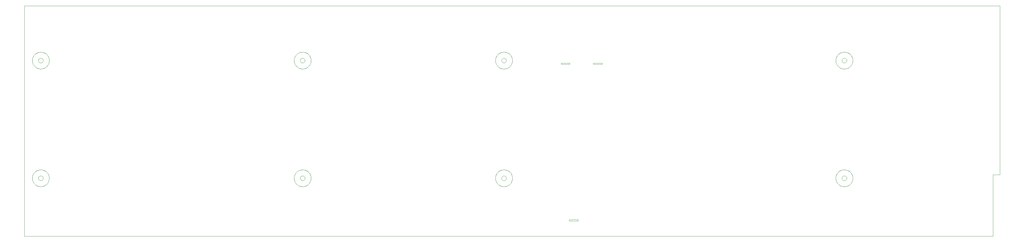
<source format=gts>
*%FSLAX23Y23*%
*%MOIN*%
G01*
D11*
X15746Y6683D02*
X15828D01*
X15746Y5943D02*
X4096D01*
Y8718D02*
X15828D01*
X15746Y6683D02*
Y5943D01*
X15828Y6683D02*
Y8718D01*
X4096D02*
Y5943D01*
D22*
X15108Y8262D02*
D03*
X15013Y7699D02*
D03*
Y6892D02*
D03*
Y6234D02*
D03*
X15006Y7113D02*
D03*
Y7403D02*
D03*
X14994Y8037D02*
D03*
Y8160D02*
D03*
Y8223D02*
D03*
X14899Y7876D02*
D03*
X14816Y8474D02*
D03*
X14820Y7876D02*
D03*
X14809Y7132D02*
D03*
X14671Y8325D02*
D03*
X14667Y7506D02*
D03*
X14626Y7333D02*
D03*
X14809Y7053D02*
D03*
X14667Y6703D02*
D03*
Y6041D02*
D03*
X14596Y8325D02*
D03*
X14620Y8408D02*
D03*
X14576Y8049D02*
D03*
X14553Y8100D02*
D03*
X14549Y8368D02*
D03*
X14549Y7663D02*
D03*
X14502Y7494D02*
D03*
X14474Y7884D02*
D03*
X14435Y8211D02*
D03*
X14442Y7951D02*
D03*
X14509Y7085D02*
D03*
X14533Y7124D02*
D03*
X14454Y8522D02*
D03*
X14557Y6199D02*
D03*
X14580Y6860D02*
D03*
X14502Y6026D02*
D03*
Y6683D02*
D03*
X14383Y8352D02*
D03*
X14407Y7663D02*
D03*
X14403Y7549D02*
D03*
X14391Y7333D02*
D03*
X14328Y7132D02*
D03*
Y7183D02*
D03*
X14309Y8049D02*
D03*
Y8077D02*
D03*
Y8148D02*
D03*
Y8002D02*
D03*
X14289Y8522D02*
D03*
X14407Y6856D02*
D03*
Y6199D02*
D03*
X14324Y7045D02*
D03*
X14179Y8258D02*
D03*
X14175Y8447D02*
D03*
X14135Y8120D02*
D03*
X14084Y7341D02*
D03*
X14068Y7124D02*
D03*
Y7246D02*
D03*
X14053Y7274D02*
D03*
Y7203D02*
D03*
Y7148D02*
D03*
X14065Y7742D02*
D03*
Y6939D02*
D03*
Y6278D02*
D03*
X13911Y7419D02*
D03*
Y7549D02*
D03*
X13891Y6006D02*
D03*
X13931Y6049D02*
D03*
X13942Y6183D02*
D03*
X13785Y7856D02*
D03*
X13832Y7809D02*
D03*
X13777Y8553D02*
D03*
X13655Y7888D02*
D03*
X13718D02*
D03*
X13750Y7982D02*
D03*
X13679Y8372D02*
D03*
X13718Y7289D02*
D03*
X13655Y8506D02*
D03*
X13683Y7628D02*
D03*
X13769Y6919D02*
D03*
X13801Y6100D02*
D03*
X13750Y7026D02*
D03*
X13643Y6919D02*
D03*
X13659Y6183D02*
D03*
X13710Y6006D02*
D03*
X13738Y6821D02*
D03*
X13584Y7104D02*
D03*
X13474Y8030D02*
D03*
X13513Y7419D02*
D03*
X13474Y7813D02*
D03*
X13513Y7774D02*
D03*
Y7656D02*
D03*
X13474D02*
D03*
X13513Y7695D02*
D03*
Y7734D02*
D03*
Y7813D02*
D03*
X13474Y7537D02*
D03*
Y7459D02*
D03*
X13513D02*
D03*
Y7498D02*
D03*
X13513Y7537D02*
D03*
X13474Y7577D02*
D03*
X13474Y7616D02*
D03*
X13553Y7498D02*
D03*
Y7537D02*
D03*
Y7577D02*
D03*
X13513Y7616D02*
D03*
X13553D02*
D03*
Y7104D02*
D03*
Y7144D02*
D03*
X13513Y7577D02*
D03*
X13474Y7380D02*
D03*
X13513Y7262D02*
D03*
X13474Y7183D02*
D03*
X13513Y7144D02*
D03*
X13474Y7734D02*
D03*
X13588Y6671D02*
D03*
X13620Y6045D02*
D03*
Y6116D02*
D03*
X13631Y7026D02*
D03*
X13529Y6671D02*
D03*
X13513Y7065D02*
D03*
Y6908D02*
D03*
X13521Y6573D02*
D03*
X13474Y6986D02*
D03*
Y6947D02*
D03*
Y6908D02*
D03*
Y7026D02*
D03*
X13553Y6002D02*
D03*
X13474Y7065D02*
D03*
X13513Y7026D02*
D03*
Y6947D02*
D03*
X13474Y6868D02*
D03*
X13529Y6797D02*
D03*
X13474Y6829D02*
D03*
X13395Y8089D02*
D03*
X13435Y7935D02*
D03*
Y7104D02*
D03*
X13395Y7616D02*
D03*
X13435Y7656D02*
D03*
X13395D02*
D03*
X13435Y7695D02*
D03*
X13419Y8506D02*
D03*
X13435Y7459D02*
D03*
X13395D02*
D03*
X13435Y7537D02*
D03*
Y7577D02*
D03*
X13395Y7577D02*
D03*
Y7695D02*
D03*
Y7734D02*
D03*
X13435D02*
D03*
X13435Y7774D02*
D03*
X13395D02*
D03*
X13435Y7419D02*
D03*
X13395Y7419D02*
D03*
X13435Y7498D02*
D03*
Y7380D02*
D03*
Y7301D02*
D03*
X13395Y7223D02*
D03*
X13435Y7813D02*
D03*
X13316Y7695D02*
D03*
X13277Y8089D02*
D03*
X13316Y8061D02*
D03*
X13277Y7104D02*
D03*
X13316Y7656D02*
D03*
X13277D02*
D03*
X13356Y7734D02*
D03*
X13277Y7774D02*
D03*
Y7813D02*
D03*
X13316D02*
D03*
X13305Y8593D02*
D03*
X13356Y7656D02*
D03*
Y7616D02*
D03*
X13316D02*
D03*
X13277D02*
D03*
X13356Y7695D02*
D03*
X13316Y7734D02*
D03*
X13277Y7695D02*
D03*
X13316Y7774D02*
D03*
X13277Y7734D02*
D03*
Y7380D02*
D03*
Y7459D02*
D03*
X13356Y7774D02*
D03*
Y7813D02*
D03*
X13316Y7459D02*
D03*
Y7380D02*
D03*
X13356Y7341D02*
D03*
Y7852D02*
D03*
X13316Y7935D02*
D03*
X13277Y7144D02*
D03*
X13356Y7262D02*
D03*
X13316Y7498D02*
D03*
X13356D02*
D03*
X13316Y7577D02*
D03*
X13356Y7104D02*
D03*
X13435Y6809D02*
D03*
X13395Y7026D02*
D03*
X13435D02*
D03*
Y6947D02*
D03*
X13395Y6986D02*
D03*
Y6947D02*
D03*
X13435Y6908D02*
D03*
X13395Y7065D02*
D03*
X13435Y7065D02*
D03*
X13423Y6089D02*
D03*
X13435Y6510D02*
D03*
X13435Y6986D02*
D03*
X13395Y6908D02*
D03*
Y6868D02*
D03*
X13435D02*
D03*
X13395Y6656D02*
D03*
X13435Y6671D02*
D03*
X13316Y6868D02*
D03*
X13356Y6986D02*
D03*
Y6947D02*
D03*
X13316Y6986D02*
D03*
X13277Y6947D02*
D03*
Y6908D02*
D03*
X13316Y6908D02*
D03*
X13356D02*
D03*
Y7065D02*
D03*
X13316Y7026D02*
D03*
X13277Y7065D02*
D03*
X13316Y7065D02*
D03*
X13277Y6986D02*
D03*
X13356Y6868D02*
D03*
X13277Y6703D02*
D03*
Y6766D02*
D03*
X13238Y7459D02*
D03*
X13198Y7656D02*
D03*
Y7380D02*
D03*
Y7935D02*
D03*
Y8061D02*
D03*
Y7104D02*
D03*
Y7616D02*
D03*
X13238Y7695D02*
D03*
Y7813D02*
D03*
X13198D02*
D03*
X13238Y7656D02*
D03*
X13198Y7695D02*
D03*
X13238Y7734D02*
D03*
X13198D02*
D03*
X13238Y7774D02*
D03*
X13198D02*
D03*
X13238Y7104D02*
D03*
X13198Y7419D02*
D03*
X13238Y7380D02*
D03*
X13198Y7577D02*
D03*
Y7498D02*
D03*
X13238Y7301D02*
D03*
X13198Y7223D02*
D03*
Y7183D02*
D03*
X13159Y7459D02*
D03*
X13080Y7616D02*
D03*
Y7380D02*
D03*
X13159Y7223D02*
D03*
Y7104D02*
D03*
X13120Y7656D02*
D03*
X13159Y7695D02*
D03*
X13080Y7774D02*
D03*
X13159Y7813D02*
D03*
X13080D02*
D03*
X13147Y8415D02*
D03*
X13159Y7183D02*
D03*
X13159Y7262D02*
D03*
X13120D02*
D03*
X13080Y7301D02*
D03*
X13120Y7498D02*
D03*
Y7537D02*
D03*
X13159Y7616D02*
D03*
Y7656D02*
D03*
X13120Y7616D02*
D03*
X13080Y7656D02*
D03*
X13159Y7774D02*
D03*
X13120Y7695D02*
D03*
X13080D02*
D03*
X13120Y7104D02*
D03*
Y7144D02*
D03*
X13080Y7577D02*
D03*
X13120D02*
D03*
X13159Y7537D02*
D03*
X13120Y7301D02*
D03*
X13159Y7341D02*
D03*
X13080Y7262D02*
D03*
Y7223D02*
D03*
Y7183D02*
D03*
X13159Y7144D02*
D03*
Y8081D02*
D03*
Y7419D02*
D03*
X13159Y7734D02*
D03*
X13238Y7065D02*
D03*
Y6947D02*
D03*
X13198Y6986D02*
D03*
X13238Y6908D02*
D03*
X13198Y7026D02*
D03*
X13238Y6986D02*
D03*
X13238Y7026D02*
D03*
X13198Y6947D02*
D03*
X13238Y6868D02*
D03*
X13120Y7026D02*
D03*
Y6766D02*
D03*
Y7065D02*
D03*
X13096Y6502D02*
D03*
X13068D02*
D03*
X13080Y6947D02*
D03*
X13159D02*
D03*
X13120Y6986D02*
D03*
X13080Y6986D02*
D03*
X13159Y7026D02*
D03*
X13120Y6947D02*
D03*
X13120Y6908D02*
D03*
X13120Y6703D02*
D03*
X13080Y6868D02*
D03*
X13041Y7656D02*
D03*
Y7695D02*
D03*
X13041Y7734D02*
D03*
X13041Y7774D02*
D03*
Y7301D02*
D03*
Y7341D02*
D03*
Y7380D02*
D03*
Y6986D02*
D03*
Y6502D02*
D03*
Y7026D02*
D03*
X13002Y7301D02*
D03*
Y7695D02*
D03*
Y7341D02*
D03*
Y7734D02*
D03*
Y7774D02*
D03*
Y7380D02*
D03*
Y7978D02*
D03*
Y7915D02*
D03*
Y7537D02*
D03*
X12923Y7695D02*
D03*
Y7419D02*
D03*
Y7616D02*
D03*
Y7656D02*
D03*
X12883Y7774D02*
D03*
X12962Y7813D02*
D03*
X12883D02*
D03*
X12962Y7459D02*
D03*
X12923Y7459D02*
D03*
X12883Y7616D02*
D03*
X12923Y7537D02*
D03*
Y7577D02*
D03*
X12883Y7656D02*
D03*
Y7695D02*
D03*
X12962D02*
D03*
X12883Y7734D02*
D03*
X12923Y7774D02*
D03*
X12962Y7774D02*
D03*
Y7734D02*
D03*
X12883Y7577D02*
D03*
X12962Y7498D02*
D03*
X12883Y7419D02*
D03*
X12962D02*
D03*
X12923Y7380D02*
D03*
X12962D02*
D03*
X12923Y7301D02*
D03*
X12962Y7262D02*
D03*
X12883Y7183D02*
D03*
X12923Y7144D02*
D03*
X12962D02*
D03*
X12883Y7537D02*
D03*
Y7459D02*
D03*
Y7144D02*
D03*
Y7104D02*
D03*
X12982Y6293D02*
D03*
X13002Y6463D02*
D03*
X12982Y6443D02*
D03*
X13002Y7065D02*
D03*
Y7026D02*
D03*
X12919Y6089D02*
D03*
Y6128D02*
D03*
X12899Y6108D02*
D03*
Y6148D02*
D03*
X12962Y7065D02*
D03*
X12915Y6293D02*
D03*
X12962Y6423D02*
D03*
X12942Y6404D02*
D03*
X12923Y6384D02*
D03*
X12903Y6364D02*
D03*
X12883Y6345D02*
D03*
X12864Y6325D02*
D03*
X12962Y6986D02*
D03*
X12923Y7065D02*
D03*
X12883Y6986D02*
D03*
X12962Y6947D02*
D03*
X12923Y7026D02*
D03*
X12883Y6947D02*
D03*
X12883Y6908D02*
D03*
Y7026D02*
D03*
X12962D02*
D03*
X12923Y6947D02*
D03*
X12962Y6908D02*
D03*
X12923Y6908D02*
D03*
X12962Y6766D02*
D03*
Y6703D02*
D03*
X12805Y7656D02*
D03*
X12844Y7915D02*
D03*
Y7380D02*
D03*
Y7959D02*
D03*
Y7616D02*
D03*
X12805D02*
D03*
X12844Y7695D02*
D03*
X12805Y7380D02*
D03*
X12852Y8337D02*
D03*
Y8415D02*
D03*
X12844Y7656D02*
D03*
X12805Y7734D02*
D03*
X12844Y7734D02*
D03*
X12805Y7774D02*
D03*
X12844Y7774D02*
D03*
X12805Y7262D02*
D03*
X12844Y7301D02*
D03*
X12805Y7223D02*
D03*
X12844D02*
D03*
X12687Y7301D02*
D03*
X12726D02*
D03*
Y7459D02*
D03*
X12687Y7813D02*
D03*
X12726Y7656D02*
D03*
X12765Y7734D02*
D03*
Y7813D02*
D03*
X12687Y7774D02*
D03*
X12765Y7459D02*
D03*
X12726Y7341D02*
D03*
X12730Y8534D02*
D03*
X12690Y8455D02*
D03*
X12765Y7419D02*
D03*
Y7380D02*
D03*
X12726Y7419D02*
D03*
X12687Y7380D02*
D03*
Y7537D02*
D03*
X12726Y7577D02*
D03*
X12765Y7616D02*
D03*
X12687Y7656D02*
D03*
X12726Y7616D02*
D03*
X12765Y7656D02*
D03*
X12687Y7498D02*
D03*
Y7616D02*
D03*
Y7695D02*
D03*
X12726Y7734D02*
D03*
X12765Y7695D02*
D03*
X12690Y7734D02*
D03*
X12726Y7774D02*
D03*
X12765Y7774D02*
D03*
Y7262D02*
D03*
X12687Y7223D02*
D03*
X12726Y7183D02*
D03*
X12687Y7144D02*
D03*
X12726Y7262D02*
D03*
X12765Y7301D02*
D03*
X12726Y7223D02*
D03*
X12765Y7183D02*
D03*
X12726Y7695D02*
D03*
X12730Y8494D02*
D03*
Y8455D02*
D03*
Y8415D02*
D03*
Y8258D02*
D03*
Y8219D02*
D03*
X12690D02*
D03*
Y8337D02*
D03*
Y8415D02*
D03*
Y8376D02*
D03*
X12730Y8297D02*
D03*
Y8337D02*
D03*
X12730Y8573D02*
D03*
X12687Y7104D02*
D03*
X12726D02*
D03*
X12726Y7144D02*
D03*
X12765D02*
D03*
X12687Y7577D02*
D03*
X12765Y7537D02*
D03*
X12726Y7380D02*
D03*
X12765Y7341D02*
D03*
X12687Y7262D02*
D03*
X12765Y7223D02*
D03*
X12687Y7183D02*
D03*
X12690Y8573D02*
D03*
X12765Y7104D02*
D03*
X12805Y6766D02*
D03*
Y7026D02*
D03*
X12844Y6270D02*
D03*
Y6947D02*
D03*
Y7065D02*
D03*
Y7026D02*
D03*
X12805Y6986D02*
D03*
Y6947D02*
D03*
X12844Y6908D02*
D03*
X12801Y6010D02*
D03*
X12820Y6030D02*
D03*
X12801Y6049D02*
D03*
X12820Y6069D02*
D03*
X12801Y6187D02*
D03*
X12820Y6207D02*
D03*
Y6246D02*
D03*
X12801Y6226D02*
D03*
X12805Y7065D02*
D03*
X12844Y6986D02*
D03*
X12805Y6908D02*
D03*
Y6868D02*
D03*
X12844D02*
D03*
X12805Y6703D02*
D03*
X12687Y6734D02*
D03*
Y6766D02*
D03*
X12765Y7026D02*
D03*
X12687Y7065D02*
D03*
X12675Y6443D02*
D03*
X12765Y7065D02*
D03*
X12726Y7026D02*
D03*
Y7065D02*
D03*
X12765Y6986D02*
D03*
X12687Y7026D02*
D03*
X12765Y6947D02*
D03*
X12726Y6986D02*
D03*
X12687Y6947D02*
D03*
X12687Y6908D02*
D03*
X12726D02*
D03*
X12765Y6908D02*
D03*
X12687Y6986D02*
D03*
X12675Y6482D02*
D03*
X12726Y6947D02*
D03*
X12687Y6868D02*
D03*
X12726D02*
D03*
X12765D02*
D03*
X12608Y7301D02*
D03*
X12647D02*
D03*
X12608Y7616D02*
D03*
X12647Y7695D02*
D03*
X12608Y7813D02*
D03*
X12612Y8297D02*
D03*
X12651Y8219D02*
D03*
X12612Y8415D02*
D03*
X12647Y7341D02*
D03*
X12608D02*
D03*
X12647Y7380D02*
D03*
Y7459D02*
D03*
X12647Y7537D02*
D03*
Y7577D02*
D03*
X12647Y7656D02*
D03*
Y7734D02*
D03*
X12608Y7459D02*
D03*
Y7498D02*
D03*
X12608Y7537D02*
D03*
Y7577D02*
D03*
X12647Y7616D02*
D03*
X12608Y7656D02*
D03*
Y7695D02*
D03*
X12608Y7734D02*
D03*
Y7774D02*
D03*
X12647Y7774D02*
D03*
Y7223D02*
D03*
Y7144D02*
D03*
X12612Y8534D02*
D03*
X12651Y8415D02*
D03*
Y8376D02*
D03*
X12608Y7104D02*
D03*
X12647D02*
D03*
Y7498D02*
D03*
X12608Y7419D02*
D03*
Y7223D02*
D03*
X12647Y7183D02*
D03*
Y7880D02*
D03*
X12651Y8573D02*
D03*
X12612Y8455D02*
D03*
X12568Y7616D02*
D03*
Y7104D02*
D03*
Y7656D02*
D03*
X12529D02*
D03*
X12568Y7695D02*
D03*
Y7734D02*
D03*
Y7774D02*
D03*
X12572Y8376D02*
D03*
Y8415D02*
D03*
X12533Y8376D02*
D03*
X12572Y8494D02*
D03*
X12533Y8573D02*
D03*
X12572Y8219D02*
D03*
X12533D02*
D03*
X12494Y8534D02*
D03*
X12533Y8455D02*
D03*
Y8337D02*
D03*
X12568Y7813D02*
D03*
Y7577D02*
D03*
Y7537D02*
D03*
Y7459D02*
D03*
X12529Y7419D02*
D03*
Y7144D02*
D03*
X12568D02*
D03*
Y7419D02*
D03*
Y7498D02*
D03*
X12584Y7880D02*
D03*
X12635Y6325D02*
D03*
X12655Y6266D02*
D03*
Y6502D02*
D03*
Y6463D02*
D03*
Y6423D02*
D03*
Y6345D02*
D03*
Y6305D02*
D03*
X12647Y7065D02*
D03*
Y7026D02*
D03*
Y6947D02*
D03*
Y6908D02*
D03*
X12616Y6108D02*
D03*
X12596Y6089D02*
D03*
Y6207D02*
D03*
X12635Y6246D02*
D03*
Y6286D02*
D03*
Y6364D02*
D03*
Y6404D02*
D03*
X12655Y6384D02*
D03*
X12616Y6226D02*
D03*
X12608Y7026D02*
D03*
Y6908D02*
D03*
X12502Y6786D02*
D03*
X12557Y6049D02*
D03*
X12517Y6010D02*
D03*
X12537Y6030D02*
D03*
X12576Y6069D02*
D03*
X12517Y6128D02*
D03*
X12557Y6167D02*
D03*
X12537Y6148D02*
D03*
X12576Y6187D02*
D03*
X12568Y7065D02*
D03*
Y7026D02*
D03*
X12568Y6986D02*
D03*
X12529Y6908D02*
D03*
X12568D02*
D03*
X12568Y6947D02*
D03*
X12403Y7856D02*
D03*
X12466D02*
D03*
X12403Y7498D02*
D03*
X12466D02*
D03*
Y7734D02*
D03*
Y7616D02*
D03*
X12403Y7734D02*
D03*
Y7616D02*
D03*
X12415Y8219D02*
D03*
X12454Y8455D02*
D03*
Y8337D02*
D03*
X12415Y8455D02*
D03*
Y8337D02*
D03*
X12454Y8573D02*
D03*
X12403Y7144D02*
D03*
X12466D02*
D03*
X12454Y8376D02*
D03*
X12376Y8376D02*
D03*
X12297Y8455D02*
D03*
Y8376D02*
D03*
X12376Y8494D02*
D03*
X12336Y8534D02*
D03*
X12297Y8219D02*
D03*
X12376D02*
D03*
X12336D02*
D03*
X12336Y8455D02*
D03*
Y8337D02*
D03*
X12466Y6908D02*
D03*
X12403D02*
D03*
Y7026D02*
D03*
X12466D02*
D03*
X12376Y6758D02*
D03*
X12257Y8297D02*
D03*
Y8455D02*
D03*
Y8494D02*
D03*
X12218Y8415D02*
D03*
Y8494D02*
D03*
Y8455D02*
D03*
Y8376D02*
D03*
Y8337D02*
D03*
X12257Y8455D02*
D03*
Y8415D02*
D03*
Y8376D02*
D03*
X12218Y8534D02*
D03*
Y8179D02*
D03*
X12179Y8415D02*
D03*
X12139Y8455D02*
D03*
Y8415D02*
D03*
Y8494D02*
D03*
X12179Y8258D02*
D03*
Y8297D02*
D03*
Y8337D02*
D03*
X12100Y6600D02*
D03*
X12065Y8447D02*
D03*
X12076Y8313D02*
D03*
X11978Y7309D02*
D03*
X11946Y8459D02*
D03*
Y8380D02*
D03*
Y8419D02*
D03*
X11907Y8459D02*
D03*
X11946Y8498D02*
D03*
X11907Y8419D02*
D03*
Y8537D02*
D03*
X11946D02*
D03*
Y8301D02*
D03*
X11907D02*
D03*
Y8341D02*
D03*
Y8223D02*
D03*
X11946Y8183D02*
D03*
X11986Y8380D02*
D03*
Y8183D02*
D03*
Y8223D02*
D03*
Y8262D02*
D03*
X11946Y8577D02*
D03*
X11911Y6356D02*
D03*
X11919Y6128D02*
D03*
X11994Y6758D02*
D03*
X11915Y6203D02*
D03*
X11962Y6600D02*
D03*
X11868Y8380D02*
D03*
X11868Y8498D02*
D03*
X11828Y8498D02*
D03*
X11868Y8341D02*
D03*
X11868Y8301D02*
D03*
X11828Y8419D02*
D03*
X11868Y8459D02*
D03*
X11828Y8380D02*
D03*
X11789D02*
D03*
X11710D02*
D03*
Y8577D02*
D03*
X11750Y8498D02*
D03*
Y8183D02*
D03*
X11789Y8537D02*
D03*
X11789Y8183D02*
D03*
X11710Y8459D02*
D03*
X11789D02*
D03*
X11710Y8341D02*
D03*
X11789D02*
D03*
X11823Y6516D02*
D03*
X11805Y6065D02*
D03*
Y6163D02*
D03*
X11840Y6152D02*
D03*
X11832Y6372D02*
D03*
X11852Y6352D02*
D03*
X11872Y6333D02*
D03*
X11796Y6325D02*
D03*
X11800Y6545D02*
D03*
X11671Y8223D02*
D03*
X11631Y8183D02*
D03*
X11671Y7376D02*
D03*
Y7443D02*
D03*
X11631Y8380D02*
D03*
X11671Y8459D02*
D03*
Y8341D02*
D03*
X11513Y8459D02*
D03*
X11513Y8380D02*
D03*
X11553Y8537D02*
D03*
X11513Y8498D02*
D03*
Y8419D02*
D03*
X11553Y8223D02*
D03*
X11513Y8341D02*
D03*
X11592Y8498D02*
D03*
Y8183D02*
D03*
X11513Y8301D02*
D03*
X11553Y8380D02*
D03*
Y8459D02*
D03*
X11592Y8341D02*
D03*
Y8459D02*
D03*
X11685Y6113D02*
D03*
X11635Y6282D02*
D03*
X11675Y6900D02*
D03*
Y6971D02*
D03*
X11685Y6030D02*
D03*
X11683Y6226D02*
D03*
X11532Y6435D02*
D03*
X11582Y6168D02*
D03*
Y6117D02*
D03*
X11474Y8380D02*
D03*
X11474Y8459D02*
D03*
X11474Y8223D02*
D03*
X11435Y7104D02*
D03*
Y8498D02*
D03*
Y8380D02*
D03*
X11435Y8419D02*
D03*
Y8459D02*
D03*
Y8301D02*
D03*
Y8341D02*
D03*
X11435Y7577D02*
D03*
X11305Y7971D02*
D03*
X11395Y8498D02*
D03*
X11395Y8419D02*
D03*
X11379Y7425D02*
D03*
X11395Y8341D02*
D03*
Y8262D02*
D03*
Y8301D02*
D03*
X11458Y6203D02*
D03*
X11360Y6171D02*
D03*
X11385Y6952D02*
D03*
X11269Y8345D02*
D03*
Y8415D02*
D03*
X11234Y7971D02*
D03*
Y8167D02*
D03*
X11187Y7467D02*
D03*
X11108Y7124D02*
D03*
X11135D02*
D03*
X11108Y7600D02*
D03*
X11135D02*
D03*
X11187Y6990D02*
D03*
X11108D02*
D03*
X11084Y7782D02*
D03*
X11096Y7467D02*
D03*
X11092Y7317D02*
D03*
X11083Y8260D02*
D03*
X11084Y7735D02*
D03*
X11084Y7258D02*
D03*
X11005Y7081D02*
D03*
X11002Y7537D02*
D03*
X10935Y8301D02*
D03*
X10969Y7435D02*
D03*
X11029Y6283D02*
D03*
X11056Y6435D02*
D03*
X10969Y6977D02*
D03*
X10917Y6049D02*
D03*
X10907Y6117D02*
D03*
X10902Y7174D02*
D03*
X10801Y8282D02*
D03*
X10785Y7246D02*
D03*
X10742Y7506D02*
D03*
X10860Y6282D02*
D03*
X10793Y6490D02*
D03*
X10742Y7049D02*
D03*
X10694Y8376D02*
D03*
X10513Y8321D02*
D03*
Y8376D02*
D03*
X10604Y8167D02*
D03*
X10702Y6282D02*
D03*
X10612Y6435D02*
D03*
Y6490D02*
D03*
X10202Y7321D02*
D03*
X10163Y7179D02*
D03*
X10124D02*
D03*
X10084Y7179D02*
D03*
X10045Y7179D02*
D03*
X9927Y7321D02*
D03*
X10005Y7179D02*
D03*
X9966D02*
D03*
X10092Y6313D02*
D03*
X9887Y7179D02*
D03*
X9848D02*
D03*
X9809D02*
D03*
X9769D02*
D03*
X9730Y7179D02*
D03*
X9690Y7179D02*
D03*
X9651Y7321D02*
D03*
X9612Y7179D02*
D03*
X9572Y7179D02*
D03*
X9533Y7179D02*
D03*
X9690Y6526D02*
D03*
Y6494D02*
D03*
Y6431D02*
D03*
X9690Y6463D02*
D03*
X9690Y6557D02*
D03*
X9624Y6313D02*
D03*
X9596D02*
D03*
X9647Y6860D02*
D03*
Y6786D02*
D03*
X9494Y7179D02*
D03*
X9454D02*
D03*
X9415D02*
D03*
X9376Y7321D02*
D03*
X9482Y6286D02*
D03*
X9513Y6286D02*
D03*
X9427Y6490D02*
D03*
X9419Y6604D02*
D03*
X9399Y6423D02*
D03*
X9368D02*
D03*
X9342Y6918D02*
D03*
X9387Y6286D02*
D03*
X9356D02*
D03*
X9419D02*
D03*
X9450D02*
D03*
X9336Y7179D02*
D03*
X9297Y7179D02*
D03*
X9257D02*
D03*
X9218D02*
D03*
X9179Y7321D02*
D03*
X9336Y6423D02*
D03*
X9301D02*
D03*
X9293Y6286D02*
D03*
X9324D02*
D03*
X9320Y6553D02*
D03*
X9171Y6226D02*
D03*
X9190Y6628D02*
D03*
Y6581D02*
D03*
X9139Y7191D02*
D03*
X9100D02*
D03*
X9061Y7321D02*
D03*
X9104Y6750D02*
D03*
X9033D02*
D03*
X6624Y7667D02*
D03*
Y7616D02*
D03*
X6643Y7786D02*
D03*
X6624Y7762D02*
D03*
X5557Y7467D02*
D03*
X5289Y7571D02*
D03*
X5344Y7215D02*
D03*
X5281Y7112D02*
D03*
X5296Y7318D02*
D03*
Y7883D02*
D03*
X5226Y7018D02*
D03*
X5181Y7363D02*
D03*
Y7928D02*
D03*
X5036Y7718D02*
D03*
X5155Y6868D02*
D03*
X5214Y6967D02*
D03*
X4974Y7667D02*
D03*
X5031Y7266D02*
D03*
X4982Y6624D02*
D03*
Y6762D02*
D03*
X4860Y6518D02*
D03*
X4785Y7412D02*
D03*
X4828Y7667D02*
D03*
X4786Y6868D02*
D03*
X4671Y6482D02*
D03*
D25*
X13494Y6849D02*
D03*
X13454D02*
D03*
X13415D02*
D03*
X12942Y7242D02*
D03*
X13376Y6849D02*
D03*
X13336Y6849D02*
D03*
X13297D02*
D03*
X13257D02*
D03*
X13218D02*
D03*
X13179D02*
D03*
X13139D02*
D03*
X13100D02*
D03*
X13061D02*
D03*
X13021D02*
D03*
X12982D02*
D03*
X12942D02*
D03*
X12903D02*
D03*
X12864D02*
D03*
X12824D02*
D03*
X12785D02*
D03*
X12746D02*
D03*
X12706D02*
D03*
X12667D02*
D03*
X12627D02*
D03*
X12588D02*
D03*
X12549Y6888D02*
D03*
X12588D02*
D03*
X12627D02*
D03*
X12667D02*
D03*
X12706D02*
D03*
X12746D02*
D03*
X12785D02*
D03*
X12824D02*
D03*
X12864D02*
D03*
X12903D02*
D03*
X12942D02*
D03*
X12982D02*
D03*
X13021D02*
D03*
X13061D02*
D03*
X13100D02*
D03*
X13139D02*
D03*
X13179D02*
D03*
X13218D02*
D03*
X13257D02*
D03*
X13297D02*
D03*
X13336D02*
D03*
X13376Y6888D02*
D03*
X13415D02*
D03*
X13454D02*
D03*
X13494D02*
D03*
X13533Y6888D02*
D03*
Y6927D02*
D03*
X13494Y6927D02*
D03*
X13454D02*
D03*
X13415D02*
D03*
X13376D02*
D03*
X13336Y6927D02*
D03*
X13297D02*
D03*
X13257D02*
D03*
X13218D02*
D03*
X13179D02*
D03*
X13139D02*
D03*
X13100D02*
D03*
X13061D02*
D03*
X13021D02*
D03*
X12982D02*
D03*
X12942D02*
D03*
X12903D02*
D03*
X12864D02*
D03*
X12824D02*
D03*
X12785D02*
D03*
X12746D02*
D03*
X12706D02*
D03*
X12667D02*
D03*
X12627D02*
D03*
X12588D02*
D03*
X12549D02*
D03*
Y6967D02*
D03*
X12588D02*
D03*
X12627D02*
D03*
X12667D02*
D03*
X12706D02*
D03*
X12746D02*
D03*
X12785D02*
D03*
X12824D02*
D03*
X12864D02*
D03*
X12903D02*
D03*
X12942D02*
D03*
X12982D02*
D03*
X13021D02*
D03*
X13061D02*
D03*
X13100D02*
D03*
X13139D02*
D03*
X13179D02*
D03*
X13218D02*
D03*
X13257D02*
D03*
X13297D02*
D03*
X13336D02*
D03*
X13376Y6967D02*
D03*
X13415D02*
D03*
X13454D02*
D03*
X13494D02*
D03*
X13533Y6967D02*
D03*
X13494Y7006D02*
D03*
X13533Y7006D02*
D03*
X13454Y7006D02*
D03*
X13415D02*
D03*
X13376D02*
D03*
X13336Y7006D02*
D03*
X13297D02*
D03*
X13257D02*
D03*
X13218D02*
D03*
X13179D02*
D03*
X13139D02*
D03*
X13100D02*
D03*
X13061D02*
D03*
X13021D02*
D03*
X12982D02*
D03*
X12942D02*
D03*
X12903D02*
D03*
X12864D02*
D03*
X12824D02*
D03*
X12785D02*
D03*
X12746D02*
D03*
X12706D02*
D03*
X12667D02*
D03*
X12627D02*
D03*
X12588D02*
D03*
X12549D02*
D03*
Y7045D02*
D03*
X12588D02*
D03*
X12627D02*
D03*
X12667D02*
D03*
X12706D02*
D03*
X12746D02*
D03*
X12785D02*
D03*
X12824D02*
D03*
X12864D02*
D03*
X12903D02*
D03*
X12942D02*
D03*
X12982D02*
D03*
X13021D02*
D03*
X13061D02*
D03*
X13100D02*
D03*
X13139D02*
D03*
X13179D02*
D03*
X13218D02*
D03*
X13257D02*
D03*
X13297D02*
D03*
X13336D02*
D03*
X13376Y7045D02*
D03*
X13415D02*
D03*
X13454D02*
D03*
X13494D02*
D03*
X13533Y7045D02*
D03*
X13179Y7085D02*
D03*
X13218D02*
D03*
X13257D02*
D03*
X13297D02*
D03*
X13336D02*
D03*
X13376Y7085D02*
D03*
X13415D02*
D03*
X13454D02*
D03*
X13494D02*
D03*
X13533Y7085D02*
D03*
X13139D02*
D03*
X13100D02*
D03*
X13061D02*
D03*
X13021D02*
D03*
X12982D02*
D03*
X12942D02*
D03*
X12903D02*
D03*
X12864D02*
D03*
X12824D02*
D03*
X12785D02*
D03*
X12746D02*
D03*
X12706D02*
D03*
X12667D02*
D03*
X12627D02*
D03*
X12588D02*
D03*
X12549D02*
D03*
Y7124D02*
D03*
X12588D02*
D03*
X12627D02*
D03*
X12667D02*
D03*
X12706D02*
D03*
X12746D02*
D03*
X12785D02*
D03*
X12824D02*
D03*
X12864D02*
D03*
X12903D02*
D03*
X12942D02*
D03*
X12982D02*
D03*
X13021D02*
D03*
X13061D02*
D03*
X13100D02*
D03*
X13139D02*
D03*
X13179D02*
D03*
X13218D02*
D03*
X13257D02*
D03*
X13297D02*
D03*
X13336D02*
D03*
X13376Y7124D02*
D03*
X13415D02*
D03*
X13454D02*
D03*
X13494D02*
D03*
X13533Y7124D02*
D03*
Y7163D02*
D03*
X13494Y7163D02*
D03*
X13454D02*
D03*
X13415D02*
D03*
X13376D02*
D03*
X13336Y7163D02*
D03*
X13297D02*
D03*
X13257D02*
D03*
X13218D02*
D03*
X13179D02*
D03*
X13139D02*
D03*
X13100D02*
D03*
X13061D02*
D03*
X13021D02*
D03*
X12982D02*
D03*
X12942D02*
D03*
X12903D02*
D03*
X12864D02*
D03*
X12824D02*
D03*
X12785D02*
D03*
X12746D02*
D03*
X12706D02*
D03*
X12667D02*
D03*
X12627D02*
D03*
X12588D02*
D03*
X12549D02*
D03*
Y7203D02*
D03*
X12588D02*
D03*
X12627D02*
D03*
X12667D02*
D03*
X12706D02*
D03*
X12746D02*
D03*
X12785D02*
D03*
X12824D02*
D03*
X12864D02*
D03*
X12903D02*
D03*
X12942D02*
D03*
X12982D02*
D03*
X13021D02*
D03*
X13061D02*
D03*
X13100D02*
D03*
X13139D02*
D03*
X13179D02*
D03*
X13218D02*
D03*
X13257D02*
D03*
X13297D02*
D03*
X13336D02*
D03*
X13376Y7203D02*
D03*
X13415D02*
D03*
X13454D02*
D03*
X13494D02*
D03*
X13533Y7203D02*
D03*
Y7242D02*
D03*
X13494Y7242D02*
D03*
X13454D02*
D03*
X13415D02*
D03*
X13376D02*
D03*
X13336Y7242D02*
D03*
X13297D02*
D03*
X13257D02*
D03*
X13218D02*
D03*
X13179D02*
D03*
X13139D02*
D03*
X13100D02*
D03*
X13061D02*
D03*
X13021D02*
D03*
X12982D02*
D03*
X12903D02*
D03*
X12864D02*
D03*
X12824D02*
D03*
X12785D02*
D03*
X12746D02*
D03*
X12706D02*
D03*
X12667D02*
D03*
X12627D02*
D03*
X12588D02*
D03*
X12549D02*
D03*
Y7282D02*
D03*
X12588D02*
D03*
X12627D02*
D03*
X12667D02*
D03*
X12706D02*
D03*
X12746D02*
D03*
X12785D02*
D03*
X12824D02*
D03*
X12864D02*
D03*
X12903D02*
D03*
X12942D02*
D03*
X12982D02*
D03*
X13021D02*
D03*
X13061D02*
D03*
X13100D02*
D03*
X13139D02*
D03*
X13179D02*
D03*
X13218D02*
D03*
X13257D02*
D03*
X13297D02*
D03*
X13336D02*
D03*
X13376Y7282D02*
D03*
X13415D02*
D03*
X13454D02*
D03*
X13494D02*
D03*
X13533Y7282D02*
D03*
Y7321D02*
D03*
X13494Y7321D02*
D03*
X13454D02*
D03*
X13415D02*
D03*
X13376D02*
D03*
X13336Y7321D02*
D03*
X13297D02*
D03*
X13257D02*
D03*
X13218D02*
D03*
X13179D02*
D03*
X13139D02*
D03*
X13100D02*
D03*
X13061D02*
D03*
X13021D02*
D03*
X12982D02*
D03*
X12942D02*
D03*
X12903D02*
D03*
X12864D02*
D03*
X12824D02*
D03*
X12785D02*
D03*
X12746D02*
D03*
X12706D02*
D03*
X12667D02*
D03*
X12627D02*
D03*
X12588D02*
D03*
X12549D02*
D03*
Y7360D02*
D03*
X12588D02*
D03*
X12627D02*
D03*
X12667D02*
D03*
X12706D02*
D03*
X12746D02*
D03*
X12785D02*
D03*
X12824D02*
D03*
X12864D02*
D03*
X12903D02*
D03*
X12942D02*
D03*
X12982D02*
D03*
X13021D02*
D03*
X13061D02*
D03*
X13100D02*
D03*
X13139D02*
D03*
X13179D02*
D03*
X13218D02*
D03*
X13257D02*
D03*
X13297D02*
D03*
X13336D02*
D03*
X13376Y7360D02*
D03*
X13415D02*
D03*
X13454D02*
D03*
X13494D02*
D03*
X13533Y7360D02*
D03*
X13494Y7400D02*
D03*
X13533Y7400D02*
D03*
X13454Y7400D02*
D03*
X13415D02*
D03*
X13376D02*
D03*
X13336Y7400D02*
D03*
X13297D02*
D03*
X13257D02*
D03*
X13218D02*
D03*
X13179D02*
D03*
X13139D02*
D03*
X13100D02*
D03*
X13061D02*
D03*
X13021D02*
D03*
X12982D02*
D03*
X12942D02*
D03*
X12903D02*
D03*
X12864D02*
D03*
X12824D02*
D03*
X12785D02*
D03*
X12746D02*
D03*
X12706D02*
D03*
X12667D02*
D03*
X12627D02*
D03*
X12588D02*
D03*
X12549D02*
D03*
Y7439D02*
D03*
X12588D02*
D03*
X12627D02*
D03*
X12667D02*
D03*
X12706D02*
D03*
X12746D02*
D03*
X12785D02*
D03*
X12824D02*
D03*
X12864D02*
D03*
X12903D02*
D03*
X12942D02*
D03*
X12982D02*
D03*
X13021D02*
D03*
X13061D02*
D03*
X13100D02*
D03*
X13139D02*
D03*
X13179D02*
D03*
X13218D02*
D03*
X13257D02*
D03*
X13297D02*
D03*
X13336D02*
D03*
X13376Y7439D02*
D03*
X13415D02*
D03*
X13454D02*
D03*
X13494D02*
D03*
X13533Y7439D02*
D03*
X13179Y7478D02*
D03*
X13218D02*
D03*
X13257D02*
D03*
X13297D02*
D03*
X13336D02*
D03*
X13415Y7478D02*
D03*
X13376D02*
D03*
X13454D02*
D03*
X13494D02*
D03*
X13533Y7478D02*
D03*
X12549D02*
D03*
X12588D02*
D03*
X12627D02*
D03*
X12667D02*
D03*
X12706D02*
D03*
X12746D02*
D03*
X12785D02*
D03*
X12824D02*
D03*
X12864D02*
D03*
X12903D02*
D03*
X12942D02*
D03*
X12982D02*
D03*
X13021D02*
D03*
X13061D02*
D03*
X13100D02*
D03*
X13139D02*
D03*
X12549Y7518D02*
D03*
X12588D02*
D03*
X12627D02*
D03*
X12667D02*
D03*
X12706D02*
D03*
X12746D02*
D03*
X12785D02*
D03*
X12824D02*
D03*
X12864D02*
D03*
X12903D02*
D03*
X12942D02*
D03*
X12982D02*
D03*
X13021D02*
D03*
X13061D02*
D03*
X13100D02*
D03*
X13139D02*
D03*
X13179D02*
D03*
X13218D02*
D03*
X13257D02*
D03*
X13297D02*
D03*
X13336D02*
D03*
X13376Y7518D02*
D03*
X13415D02*
D03*
X13454D02*
D03*
X13494D02*
D03*
X13533Y7518D02*
D03*
X12549Y7557D02*
D03*
X12588D02*
D03*
X12627D02*
D03*
X12667D02*
D03*
X12706D02*
D03*
X12746D02*
D03*
X12824D02*
D03*
X12785D02*
D03*
X12864D02*
D03*
X12903D02*
D03*
X12942D02*
D03*
X12982D02*
D03*
X13021D02*
D03*
X13061D02*
D03*
X13100D02*
D03*
X13139D02*
D03*
X13179D02*
D03*
X13218D02*
D03*
X13257D02*
D03*
X13297D02*
D03*
X13336D02*
D03*
X13376Y7557D02*
D03*
X13415D02*
D03*
X13454D02*
D03*
X13494D02*
D03*
X13533Y7557D02*
D03*
X12549Y7597D02*
D03*
X12588D02*
D03*
X12627D02*
D03*
X12667D02*
D03*
X12706D02*
D03*
X12746D02*
D03*
X12785D02*
D03*
X12824D02*
D03*
X12864D02*
D03*
X12903D02*
D03*
X12942D02*
D03*
X12982D02*
D03*
X13021D02*
D03*
X13061D02*
D03*
X13100D02*
D03*
X13139D02*
D03*
X13179D02*
D03*
X13218D02*
D03*
X13257D02*
D03*
X13297D02*
D03*
X13336D02*
D03*
X13376Y7597D02*
D03*
X13415D02*
D03*
X13454D02*
D03*
X13494D02*
D03*
X13533Y7597D02*
D03*
X12549Y7636D02*
D03*
X12588D02*
D03*
X12627D02*
D03*
X12667D02*
D03*
X12746D02*
D03*
X12785D02*
D03*
X12706D02*
D03*
X12824D02*
D03*
X12864D02*
D03*
X12903D02*
D03*
X12942D02*
D03*
X12982D02*
D03*
X13021D02*
D03*
X13061D02*
D03*
X13100D02*
D03*
X13139D02*
D03*
X13179D02*
D03*
X13218D02*
D03*
X13257D02*
D03*
X13297D02*
D03*
X13336D02*
D03*
X13376Y7636D02*
D03*
X13415D02*
D03*
X13454D02*
D03*
X13494D02*
D03*
X13533Y7636D02*
D03*
X12549Y7675D02*
D03*
X12588D02*
D03*
X12627D02*
D03*
X12667D02*
D03*
X12706D02*
D03*
X12746D02*
D03*
X12785D02*
D03*
X12824D02*
D03*
X12864D02*
D03*
X12903D02*
D03*
X12942D02*
D03*
X12982D02*
D03*
X13021D02*
D03*
X13061D02*
D03*
X13100D02*
D03*
X13139D02*
D03*
X13179D02*
D03*
X13218D02*
D03*
X13257D02*
D03*
X13297D02*
D03*
X13336D02*
D03*
X13376Y7675D02*
D03*
X13415D02*
D03*
X13454D02*
D03*
X13494D02*
D03*
X13533Y7675D02*
D03*
X12549Y7715D02*
D03*
X12588D02*
D03*
X12627D02*
D03*
X12667D02*
D03*
X12706D02*
D03*
X12746D02*
D03*
X12785D02*
D03*
X12824D02*
D03*
X12864D02*
D03*
X12903D02*
D03*
X12942D02*
D03*
X12982D02*
D03*
X13021D02*
D03*
X13061D02*
D03*
X13100D02*
D03*
X13139D02*
D03*
X13179D02*
D03*
X13218D02*
D03*
X13257D02*
D03*
X13297D02*
D03*
X13336D02*
D03*
X13376Y7715D02*
D03*
X13415D02*
D03*
X13454D02*
D03*
X13494D02*
D03*
X13533Y7715D02*
D03*
X12549Y7754D02*
D03*
X12588D02*
D03*
X12627D02*
D03*
X12667D02*
D03*
X12706D02*
D03*
X12746D02*
D03*
X12785D02*
D03*
X12824D02*
D03*
X12864D02*
D03*
X12903D02*
D03*
X12942D02*
D03*
X12982D02*
D03*
X13021D02*
D03*
X13061D02*
D03*
X13100D02*
D03*
X13139D02*
D03*
X13179D02*
D03*
X13218D02*
D03*
X13257D02*
D03*
X13297D02*
D03*
X13336D02*
D03*
X13376Y7754D02*
D03*
X13415D02*
D03*
X13454D02*
D03*
X13494D02*
D03*
X13533Y7754D02*
D03*
X12549Y7793D02*
D03*
X12588D02*
D03*
X12627D02*
D03*
X12667D02*
D03*
X12706D02*
D03*
X12746D02*
D03*
X12785D02*
D03*
X12824D02*
D03*
X12864D02*
D03*
X12903D02*
D03*
X12942D02*
D03*
X12982D02*
D03*
X13021D02*
D03*
X13061D02*
D03*
X13100D02*
D03*
X13139D02*
D03*
X13179D02*
D03*
X13218D02*
D03*
X13257D02*
D03*
X13297D02*
D03*
X13336D02*
D03*
X13376Y7793D02*
D03*
X13415D02*
D03*
X13454D02*
D03*
X13494D02*
D03*
X13533Y7793D02*
D03*
X12588Y7833D02*
D03*
X12627D02*
D03*
X12667D02*
D03*
X12706D02*
D03*
X12746D02*
D03*
X12785D02*
D03*
X12824D02*
D03*
X12864D02*
D03*
X12903D02*
D03*
X12942D02*
D03*
X12982D02*
D03*
X13021D02*
D03*
X13061D02*
D03*
X13100D02*
D03*
X13139D02*
D03*
X13179D02*
D03*
X13218D02*
D03*
X13257D02*
D03*
X13297D02*
D03*
X13336D02*
D03*
X13376Y7833D02*
D03*
X13415D02*
D03*
X13454D02*
D03*
X13494D02*
D03*
X11966Y8597D02*
D03*
Y8557D02*
D03*
Y8518D02*
D03*
Y8478D02*
D03*
Y8439D02*
D03*
Y8400D02*
D03*
Y8360D02*
D03*
Y8321D02*
D03*
Y8242D02*
D03*
Y8203D02*
D03*
X11927Y8597D02*
D03*
Y8557D02*
D03*
Y8518D02*
D03*
Y8478D02*
D03*
Y8439D02*
D03*
Y8400D02*
D03*
Y8360D02*
D03*
Y8321D02*
D03*
Y8282D02*
D03*
Y8203D02*
D03*
X11966Y8282D02*
D03*
X11887Y8597D02*
D03*
Y8557D02*
D03*
Y8518D02*
D03*
Y8478D02*
D03*
Y8439D02*
D03*
Y8400D02*
D03*
Y8360D02*
D03*
Y8321D02*
D03*
Y8282D02*
D03*
Y8242D02*
D03*
Y8203D02*
D03*
X11927Y8242D02*
D03*
X11848Y8203D02*
D03*
Y8242D02*
D03*
Y8282D02*
D03*
Y8321D02*
D03*
Y8360D02*
D03*
Y8400D02*
D03*
Y8439D02*
D03*
Y8478D02*
D03*
Y8518D02*
D03*
Y8557D02*
D03*
Y8597D02*
D03*
X11809D02*
D03*
Y8557D02*
D03*
Y8518D02*
D03*
Y8478D02*
D03*
Y8439D02*
D03*
Y8400D02*
D03*
Y8360D02*
D03*
Y8321D02*
D03*
Y8282D02*
D03*
Y8242D02*
D03*
Y8203D02*
D03*
X11769Y8203D02*
D03*
Y8242D02*
D03*
Y8282D02*
D03*
Y8321D02*
D03*
Y8360D02*
D03*
Y8400D02*
D03*
Y8439D02*
D03*
Y8478D02*
D03*
Y8518D02*
D03*
Y8557D02*
D03*
Y8597D02*
D03*
X11730D02*
D03*
Y8557D02*
D03*
Y8518D02*
D03*
Y8478D02*
D03*
Y8439D02*
D03*
Y8400D02*
D03*
Y8360D02*
D03*
Y8321D02*
D03*
Y8282D02*
D03*
Y8242D02*
D03*
Y8203D02*
D03*
X11690D02*
D03*
Y8242D02*
D03*
Y8282D02*
D03*
Y8321D02*
D03*
Y8360D02*
D03*
Y8400D02*
D03*
Y8439D02*
D03*
Y8478D02*
D03*
Y8518D02*
D03*
Y8557D02*
D03*
Y8597D02*
D03*
X11651D02*
D03*
Y8557D02*
D03*
Y8518D02*
D03*
Y8478D02*
D03*
Y8439D02*
D03*
Y8400D02*
D03*
Y8360D02*
D03*
Y8321D02*
D03*
Y8282D02*
D03*
Y8242D02*
D03*
Y8203D02*
D03*
X11612D02*
D03*
X11572D02*
D03*
X11533D02*
D03*
X11494D02*
D03*
X11454D02*
D03*
X11415D02*
D03*
Y8242D02*
D03*
X11454D02*
D03*
X11494D02*
D03*
X11533D02*
D03*
X11572D02*
D03*
X11612D02*
D03*
Y8282D02*
D03*
X11572D02*
D03*
X11533D02*
D03*
X11494D02*
D03*
X11454D02*
D03*
X11415D02*
D03*
Y8321D02*
D03*
X11454D02*
D03*
X11494D02*
D03*
X11533D02*
D03*
X11572D02*
D03*
X11612Y8360D02*
D03*
X11572D02*
D03*
X11533D02*
D03*
X11494D02*
D03*
X11454D02*
D03*
X11415D02*
D03*
Y8400D02*
D03*
X11454D02*
D03*
X11494D02*
D03*
X11533D02*
D03*
X11572D02*
D03*
X11612D02*
D03*
Y8439D02*
D03*
X11572D02*
D03*
X11533D02*
D03*
X11494D02*
D03*
X11454D02*
D03*
X11415D02*
D03*
Y8478D02*
D03*
X11454D02*
D03*
X11494D02*
D03*
X11533D02*
D03*
X11572D02*
D03*
X11612D02*
D03*
Y8518D02*
D03*
X11572D02*
D03*
X11533D02*
D03*
X11494D02*
D03*
X11454D02*
D03*
X11415D02*
D03*
Y8557D02*
D03*
X11454D02*
D03*
X11494D02*
D03*
X11533D02*
D03*
X11572D02*
D03*
X11612D02*
D03*
Y8597D02*
D03*
X11572D02*
D03*
X11533D02*
D03*
X11494D02*
D03*
X11454D02*
D03*
X11415D02*
D03*
X11612Y8321D02*
D03*
X12710Y8593D02*
D03*
Y8553D02*
D03*
Y8514D02*
D03*
Y8474D02*
D03*
Y8435D02*
D03*
Y8396D02*
D03*
Y8356D02*
D03*
Y8317D02*
D03*
Y8238D02*
D03*
Y8199D02*
D03*
X12671Y8593D02*
D03*
Y8553D02*
D03*
Y8514D02*
D03*
Y8474D02*
D03*
Y8435D02*
D03*
Y8396D02*
D03*
Y8356D02*
D03*
Y8317D02*
D03*
Y8278D02*
D03*
Y8199D02*
D03*
X12710Y8278D02*
D03*
X12631Y8593D02*
D03*
Y8553D02*
D03*
Y8514D02*
D03*
Y8474D02*
D03*
Y8435D02*
D03*
Y8396D02*
D03*
Y8356D02*
D03*
Y8317D02*
D03*
Y8278D02*
D03*
Y8238D02*
D03*
Y8199D02*
D03*
X12671Y8238D02*
D03*
X12592Y8199D02*
D03*
Y8238D02*
D03*
Y8278D02*
D03*
Y8317D02*
D03*
Y8356D02*
D03*
Y8396D02*
D03*
Y8435D02*
D03*
Y8474D02*
D03*
Y8514D02*
D03*
Y8553D02*
D03*
Y8593D02*
D03*
X12553D02*
D03*
Y8553D02*
D03*
Y8514D02*
D03*
Y8474D02*
D03*
Y8435D02*
D03*
Y8396D02*
D03*
Y8356D02*
D03*
Y8317D02*
D03*
Y8278D02*
D03*
Y8238D02*
D03*
Y8199D02*
D03*
X12513Y8199D02*
D03*
Y8238D02*
D03*
Y8278D02*
D03*
Y8317D02*
D03*
Y8356D02*
D03*
Y8396D02*
D03*
Y8435D02*
D03*
Y8474D02*
D03*
Y8514D02*
D03*
Y8553D02*
D03*
Y8593D02*
D03*
X12474D02*
D03*
Y8553D02*
D03*
Y8514D02*
D03*
Y8474D02*
D03*
Y8435D02*
D03*
Y8396D02*
D03*
Y8356D02*
D03*
Y8317D02*
D03*
Y8278D02*
D03*
Y8238D02*
D03*
Y8199D02*
D03*
X12435D02*
D03*
Y8238D02*
D03*
Y8278D02*
D03*
Y8317D02*
D03*
Y8356D02*
D03*
Y8396D02*
D03*
Y8435D02*
D03*
Y8474D02*
D03*
Y8514D02*
D03*
Y8553D02*
D03*
Y8593D02*
D03*
X12395D02*
D03*
Y8553D02*
D03*
Y8514D02*
D03*
Y8474D02*
D03*
Y8435D02*
D03*
Y8396D02*
D03*
Y8356D02*
D03*
Y8317D02*
D03*
Y8278D02*
D03*
Y8238D02*
D03*
Y8199D02*
D03*
X12356D02*
D03*
X12316D02*
D03*
X12277D02*
D03*
X12238D02*
D03*
X12198D02*
D03*
X12159D02*
D03*
Y8238D02*
D03*
X12198D02*
D03*
X12238D02*
D03*
X12277D02*
D03*
X12316D02*
D03*
X12356D02*
D03*
Y8278D02*
D03*
X12316D02*
D03*
X12277D02*
D03*
X12238D02*
D03*
X12198D02*
D03*
X12159D02*
D03*
Y8317D02*
D03*
X12198D02*
D03*
X12238D02*
D03*
X12277D02*
D03*
X12316D02*
D03*
X12356Y8356D02*
D03*
X12316D02*
D03*
X12277D02*
D03*
X12238D02*
D03*
X12198D02*
D03*
X12159D02*
D03*
Y8396D02*
D03*
X12198D02*
D03*
X12238D02*
D03*
X12277D02*
D03*
X12316D02*
D03*
X12356D02*
D03*
Y8435D02*
D03*
X12316D02*
D03*
X12277D02*
D03*
X12238D02*
D03*
X12198D02*
D03*
X12159D02*
D03*
Y8474D02*
D03*
X12198D02*
D03*
X12238D02*
D03*
X12277D02*
D03*
X12316D02*
D03*
X12356D02*
D03*
Y8514D02*
D03*
X12316D02*
D03*
X12277D02*
D03*
X12238D02*
D03*
X12198D02*
D03*
X12159D02*
D03*
Y8553D02*
D03*
X12198D02*
D03*
X12238D02*
D03*
X12277D02*
D03*
X12316D02*
D03*
X12356D02*
D03*
Y8593D02*
D03*
X12316D02*
D03*
X12277D02*
D03*
X12238D02*
D03*
X12198D02*
D03*
X12159D02*
D03*
X12356Y8317D02*
D03*
D27*
X14671Y7986D02*
D03*
X13521Y6412D02*
D03*
D33*
X15167Y8652D02*
D03*
X15041Y7990D02*
D03*
X15167Y8179D02*
D03*
X15041Y8286D02*
D03*
X15068Y8415D02*
D03*
X15265D02*
D03*
D42*
X9242Y6808D02*
D03*
X9442D02*
D03*
X4343Y7300D02*
D03*
Y6900D02*
D03*
X4243Y7850D02*
D03*
X4343Y7800D02*
D03*
X4243Y7750D02*
D03*
X4343Y7700D02*
D03*
X4243Y7650D02*
D03*
X4343Y7600D02*
D03*
X4243Y7550D02*
D03*
X4343Y7500D02*
D03*
X4243Y7450D02*
D03*
X4343Y7400D02*
D03*
X4243Y7350D02*
D03*
Y7250D02*
D03*
X4343Y7200D02*
D03*
X4243Y7150D02*
D03*
X4343Y7100D02*
D03*
X4243Y7050D02*
D03*
X4343Y7000D02*
D03*
X4243Y6950D02*
D03*
D43*
X15196Y7168D02*
D03*
X14131Y7951D02*
D03*
X10214Y6600D02*
D03*
X10372D02*
D03*
X10135Y6679D02*
D03*
X10293D02*
D03*
D46*
X11157Y6561D02*
D03*
X11257D02*
D03*
X11357D02*
D03*
X11457D02*
D03*
X11557D02*
D03*
X11657D02*
D03*
D48*
X13856Y8059D02*
X13857D01*
X13856D02*
X13857Y8044D01*
X13861Y8029D01*
X13866Y8015D01*
X13874Y8002D01*
X13883Y7990D01*
X13894Y7979D01*
X13907Y7971D01*
X13921Y7964D01*
X13935Y7960D01*
X13950Y7957D01*
X13966D01*
X13981Y7960D01*
X13995Y7964D01*
X14009Y7971D01*
X14022Y7979D01*
X14033Y7990D01*
X14042Y8002D01*
X14050Y8015D01*
X14055Y8029D01*
X14059Y8044D01*
X14060Y8059D01*
X14061D01*
X14060D02*
X14059Y8074D01*
X14055Y8089D01*
X14050Y8103D01*
X14042Y8116D01*
X14033Y8128D01*
X14022Y8139D01*
X14009Y8147D01*
X13995Y8154D01*
X13981Y8158D01*
X13966Y8161D01*
X13950D01*
X13935Y8158D01*
X13921Y8154D01*
X13907Y8147D01*
X13894Y8139D01*
X13883Y8128D01*
X13874Y8116D01*
X13866Y8103D01*
X13861Y8089D01*
X13857Y8074D01*
X13856Y8059D01*
X13929D02*
X13930D01*
X13929D02*
X13931Y8049D01*
X13936Y8040D01*
X13944Y8034D01*
X13953Y8030D01*
X13963D01*
X13972Y8034D01*
X13980Y8040D01*
X13985Y8049D01*
X13987Y8059D01*
X13988D01*
X13987D02*
X13985Y8069D01*
X13980Y8078D01*
X13972Y8084D01*
X13963Y8088D01*
X13953D01*
X13944Y8084D01*
X13936Y8078D01*
X13931Y8069D01*
X13929Y8059D01*
X13856Y6642D02*
X13857D01*
X13856D02*
X13857Y6627D01*
X13861Y6612D01*
X13866Y6598D01*
X13874Y6585D01*
X13883Y6573D01*
X13894Y6562D01*
X13907Y6554D01*
X13921Y6547D01*
X13935Y6543D01*
X13950Y6540D01*
X13966D01*
X13981Y6543D01*
X13995Y6547D01*
X14009Y6554D01*
X14022Y6562D01*
X14033Y6573D01*
X14042Y6585D01*
X14050Y6598D01*
X14055Y6612D01*
X14059Y6627D01*
X14060Y6642D01*
X14061D01*
X14060D02*
X14059Y6657D01*
X14055Y6672D01*
X14050Y6686D01*
X14042Y6699D01*
X14033Y6711D01*
X14022Y6722D01*
X14009Y6730D01*
X13995Y6737D01*
X13981Y6741D01*
X13966Y6744D01*
X13950D01*
X13935Y6741D01*
X13921Y6737D01*
X13907Y6730D01*
X13894Y6722D01*
X13883Y6711D01*
X13874Y6699D01*
X13866Y6686D01*
X13861Y6672D01*
X13857Y6657D01*
X13856Y6642D01*
X13929D02*
X13930D01*
X13929D02*
X13931Y6632D01*
X13936Y6623D01*
X13944Y6617D01*
X13953Y6613D01*
X13963D01*
X13972Y6617D01*
X13980Y6623D01*
X13985Y6632D01*
X13987Y6642D01*
X13988D01*
X13987D02*
X13985Y6652D01*
X13980Y6661D01*
X13972Y6667D01*
X13963Y6671D01*
X13953D01*
X13944Y6667D01*
X13936Y6661D01*
X13931Y6652D01*
X13929Y6642D01*
X9762Y8059D02*
X9763D01*
X9762D02*
X9763Y8044D01*
X9767Y8029D01*
X9772Y8015D01*
X9780Y8002D01*
X9789Y7990D01*
X9800Y7979D01*
X9813Y7971D01*
X9827Y7964D01*
X9841Y7960D01*
X9856Y7957D01*
X9872D01*
X9887Y7960D01*
X9901Y7964D01*
X9915Y7971D01*
X9928Y7979D01*
X9939Y7990D01*
X9948Y8002D01*
X9956Y8015D01*
X9961Y8029D01*
X9965Y8044D01*
X9966Y8059D01*
X9967D01*
X9966D02*
X9965Y8074D01*
X9961Y8089D01*
X9956Y8103D01*
X9948Y8116D01*
X9939Y8128D01*
X9928Y8139D01*
X9915Y8147D01*
X9901Y8154D01*
X9887Y8158D01*
X9872Y8161D01*
X9856D01*
X9841Y8158D01*
X9827Y8154D01*
X9813Y8147D01*
X9800Y8139D01*
X9789Y8128D01*
X9780Y8116D01*
X9772Y8103D01*
X9767Y8089D01*
X9763Y8074D01*
X9762Y8059D01*
X9835D02*
X9836D01*
X9835D02*
X9837Y8049D01*
X9842Y8040D01*
X9850Y8034D01*
X9859Y8030D01*
X9869D01*
X9878Y8034D01*
X9886Y8040D01*
X9891Y8049D01*
X9893Y8059D01*
X9894D01*
X9893D02*
X9891Y8069D01*
X9886Y8078D01*
X9878Y8084D01*
X9869Y8088D01*
X9859D01*
X9850Y8084D01*
X9842Y8078D01*
X9837Y8069D01*
X9835Y8059D01*
X9762Y6642D02*
X9763D01*
X9762D02*
X9763Y6627D01*
X9767Y6612D01*
X9772Y6598D01*
X9780Y6585D01*
X9789Y6573D01*
X9800Y6562D01*
X9813Y6554D01*
X9827Y6547D01*
X9841Y6543D01*
X9856Y6540D01*
X9872D01*
X9887Y6543D01*
X9901Y6547D01*
X9915Y6554D01*
X9928Y6562D01*
X9939Y6573D01*
X9948Y6585D01*
X9956Y6598D01*
X9961Y6612D01*
X9965Y6627D01*
X9966Y6642D01*
X9967D01*
X9966D02*
X9965Y6657D01*
X9961Y6672D01*
X9956Y6686D01*
X9948Y6699D01*
X9939Y6711D01*
X9928Y6722D01*
X9915Y6730D01*
X9901Y6737D01*
X9887Y6741D01*
X9872Y6744D01*
X9856D01*
X9841Y6741D01*
X9827Y6737D01*
X9813Y6730D01*
X9800Y6722D01*
X9789Y6711D01*
X9780Y6699D01*
X9772Y6686D01*
X9767Y6672D01*
X9763Y6657D01*
X9762Y6642D01*
X9835D02*
X9836D01*
X9835D02*
X9837Y6632D01*
X9842Y6623D01*
X9850Y6617D01*
X9859Y6613D01*
X9869D01*
X9878Y6617D01*
X9886Y6623D01*
X9891Y6632D01*
X9893Y6642D01*
X9894D01*
X9893D02*
X9891Y6652D01*
X9886Y6661D01*
X9878Y6667D01*
X9869Y6671D01*
X9859D01*
X9850Y6667D01*
X9842Y6661D01*
X9837Y6652D01*
X9835Y6642D01*
X7340Y8059D02*
X7341D01*
X7340D02*
X7341Y8044D01*
X7345Y8029D01*
X7350Y8015D01*
X7358Y8002D01*
X7367Y7990D01*
X7378Y7979D01*
X7391Y7971D01*
X7405Y7964D01*
X7419Y7960D01*
X7434Y7957D01*
X7450D01*
X7465Y7960D01*
X7479Y7964D01*
X7493Y7971D01*
X7506Y7979D01*
X7517Y7990D01*
X7526Y8002D01*
X7534Y8015D01*
X7539Y8029D01*
X7543Y8044D01*
X7544Y8059D01*
X7545D01*
X7544D02*
X7543Y8074D01*
X7539Y8089D01*
X7534Y8103D01*
X7526Y8116D01*
X7517Y8128D01*
X7506Y8139D01*
X7493Y8147D01*
X7479Y8154D01*
X7465Y8158D01*
X7450Y8161D01*
X7434D01*
X7419Y8158D01*
X7405Y8154D01*
X7391Y8147D01*
X7378Y8139D01*
X7367Y8128D01*
X7358Y8116D01*
X7350Y8103D01*
X7345Y8089D01*
X7341Y8074D01*
X7340Y8059D01*
X7413D02*
X7414D01*
X7413D02*
X7415Y8049D01*
X7420Y8040D01*
X7428Y8034D01*
X7437Y8030D01*
X7447D01*
X7456Y8034D01*
X7464Y8040D01*
X7469Y8049D01*
X7471Y8059D01*
X7472D01*
X7471D02*
X7469Y8069D01*
X7464Y8078D01*
X7456Y8084D01*
X7447Y8088D01*
X7437D01*
X7428Y8084D01*
X7420Y8078D01*
X7415Y8069D01*
X7413Y8059D01*
X7340Y6642D02*
X7341D01*
X7340D02*
X7341Y6627D01*
X7345Y6612D01*
X7350Y6598D01*
X7358Y6585D01*
X7367Y6573D01*
X7378Y6562D01*
X7391Y6554D01*
X7405Y6547D01*
X7419Y6543D01*
X7434Y6540D01*
X7450D01*
X7465Y6543D01*
X7479Y6547D01*
X7493Y6554D01*
X7506Y6562D01*
X7517Y6573D01*
X7526Y6585D01*
X7534Y6598D01*
X7539Y6612D01*
X7543Y6627D01*
X7544Y6642D01*
X7545D01*
X7544D02*
X7543Y6657D01*
X7539Y6672D01*
X7534Y6686D01*
X7526Y6699D01*
X7517Y6711D01*
X7506Y6722D01*
X7493Y6730D01*
X7479Y6737D01*
X7465Y6741D01*
X7450Y6744D01*
X7434D01*
X7419Y6741D01*
X7405Y6737D01*
X7391Y6730D01*
X7378Y6722D01*
X7367Y6711D01*
X7358Y6699D01*
X7350Y6686D01*
X7345Y6672D01*
X7341Y6657D01*
X7340Y6642D01*
X7413D02*
X7414D01*
X7413D02*
X7415Y6632D01*
X7420Y6623D01*
X7428Y6617D01*
X7437Y6613D01*
X7447D01*
X7456Y6617D01*
X7464Y6623D01*
X7469Y6632D01*
X7471Y6642D01*
X7472D01*
X7471D02*
X7469Y6652D01*
X7464Y6661D01*
X7456Y6667D01*
X7447Y6671D01*
X7437D01*
X7428Y6667D01*
X7420Y6661D01*
X7415Y6652D01*
X7413Y6642D01*
X4191Y8059D02*
X4192D01*
X4191D02*
X4192Y8044D01*
X4196Y8029D01*
X4201Y8015D01*
X4209Y8002D01*
X4218Y7990D01*
X4229Y7979D01*
X4242Y7971D01*
X4256Y7964D01*
X4270Y7960D01*
X4285Y7957D01*
X4301D01*
X4316Y7960D01*
X4330Y7964D01*
X4344Y7971D01*
X4357Y7979D01*
X4368Y7990D01*
X4377Y8002D01*
X4385Y8015D01*
X4390Y8029D01*
X4394Y8044D01*
X4395Y8059D01*
X4396D01*
X4395D02*
X4394Y8074D01*
X4390Y8089D01*
X4385Y8103D01*
X4377Y8116D01*
X4368Y8128D01*
X4357Y8139D01*
X4344Y8147D01*
X4330Y8154D01*
X4316Y8158D01*
X4301Y8161D01*
X4285D01*
X4270Y8158D01*
X4256Y8154D01*
X4242Y8147D01*
X4229Y8139D01*
X4218Y8128D01*
X4209Y8116D01*
X4201Y8103D01*
X4196Y8089D01*
X4192Y8074D01*
X4191Y8059D01*
X4264D02*
X4265D01*
X4264D02*
X4266Y8049D01*
X4271Y8040D01*
X4278Y8034D01*
X4288Y8030D01*
X4298D01*
X4308Y8034D01*
X4315Y8040D01*
X4320Y8049D01*
X4322Y8059D01*
X4323D01*
X4322D02*
X4320Y8069D01*
X4315Y8078D01*
X4308Y8084D01*
X4298Y8088D01*
X4288D01*
X4278Y8084D01*
X4271Y8078D01*
X4266Y8069D01*
X4264Y8059D01*
X4191Y6642D02*
X4192D01*
X4191D02*
X4192Y6627D01*
X4196Y6612D01*
X4201Y6598D01*
X4209Y6585D01*
X4218Y6573D01*
X4229Y6562D01*
X4242Y6554D01*
X4256Y6547D01*
X4270Y6543D01*
X4285Y6540D01*
X4301D01*
X4316Y6543D01*
X4330Y6547D01*
X4344Y6554D01*
X4357Y6562D01*
X4368Y6573D01*
X4377Y6585D01*
X4385Y6598D01*
X4390Y6612D01*
X4394Y6627D01*
X4395Y6642D01*
X4396D01*
X4395D02*
X4394Y6657D01*
X4390Y6672D01*
X4385Y6686D01*
X4377Y6699D01*
X4368Y6711D01*
X4357Y6722D01*
X4344Y6730D01*
X4330Y6737D01*
X4316Y6741D01*
X4301Y6744D01*
X4285D01*
X4270Y6741D01*
X4256Y6737D01*
X4242Y6730D01*
X4229Y6722D01*
X4218Y6711D01*
X4209Y6699D01*
X4201Y6686D01*
X4196Y6672D01*
X4192Y6657D01*
X4191Y6642D01*
X4264D02*
X4265D01*
X4264D02*
X4266Y6632D01*
X4271Y6623D01*
X4278Y6617D01*
X4288Y6613D01*
X4298D01*
X4308Y6617D01*
X4315Y6623D01*
X4320Y6632D01*
X4322Y6642D01*
X4323D01*
X4322D02*
X4320Y6652D01*
X4315Y6661D01*
X4308Y6667D01*
X4298Y6671D01*
X4288D01*
X4278Y6667D01*
X4271Y6661D01*
X4266Y6652D01*
X4264Y6642D01*
D49*
X13592Y8408D02*
D03*
X14348Y7400D02*
D03*
X14456Y7763D02*
D03*
X14338Y8624D02*
D03*
X14456Y6958D02*
D03*
Y6298D02*
D03*
X12316Y6660D02*
D03*
X9986Y6859D02*
D03*
D50*
X15384Y7096D02*
D03*
Y6996D02*
D03*
Y7705D02*
D03*
Y7805D02*
D03*
Y8514D02*
D03*
Y8414D02*
D03*
Y6287D02*
D03*
Y6387D02*
D03*
D52*
X15584Y6287D02*
D03*
X4271Y6844D02*
D03*
D55*
X15683Y6386D02*
D03*
X15485D02*
D03*
Y6188D02*
D03*
X15683D02*
D03*
D61*
X15584Y8614D02*
D03*
D63*
Y6796D02*
D03*
Y7196D02*
D03*
Y7905D02*
D03*
Y7505D02*
D03*
Y8214D02*
D03*
Y6487D02*
D03*
Y6087D02*
D03*
D73*
X9512Y6673D02*
D03*
X9481D02*
D03*
X9449D02*
D03*
X9418D02*
D03*
X9386D02*
D03*
X9355D02*
D03*
X9323D02*
D03*
X9292D02*
D03*
X9295Y6338D02*
D03*
X9326D02*
D03*
X9358D02*
D03*
X9389D02*
D03*
X9421D02*
D03*
X9452D02*
D03*
X9484D02*
D03*
X9515D02*
D03*
D74*
X11059Y7405D02*
D03*
X11085D02*
D03*
X11110D02*
D03*
X11136D02*
D03*
X11161D02*
D03*
X11187D02*
D03*
X11213D02*
D03*
X11238D02*
D03*
Y7657D02*
D03*
X11213D02*
D03*
X11187D02*
D03*
X11161D02*
D03*
X11136D02*
D03*
X11110D02*
D03*
X11085D02*
D03*
X11059D02*
D03*
Y6927D02*
D03*
X11085D02*
D03*
X11110D02*
D03*
X11136D02*
D03*
X11161D02*
D03*
X11187D02*
D03*
X11213D02*
D03*
X11238D02*
D03*
Y7179D02*
D03*
X11213D02*
D03*
X11187D02*
D03*
X11161D02*
D03*
X11136D02*
D03*
X11110D02*
D03*
X11085D02*
D03*
X11059D02*
D03*
D81*
X14671Y8210D02*
D03*
X14721Y7986D02*
D03*
X14771D02*
D03*
X14821D02*
D03*
Y8210D02*
D03*
X14771D02*
D03*
X14721D02*
D03*
X13471Y6188D02*
D03*
X13421D02*
D03*
X13371D02*
D03*
Y6412D02*
D03*
X13421D02*
D03*
X13471D02*
D03*
X13521Y6188D02*
D03*
D82*
X10163Y7251D02*
D03*
X10123D02*
D03*
X10084D02*
D03*
X10045D02*
D03*
X10005D02*
D03*
X9966D02*
D03*
X9926D02*
D03*
X9887D02*
D03*
X9848D02*
D03*
X9808D02*
D03*
X9769D02*
D03*
X9730D02*
D03*
X9690D02*
D03*
X9651D02*
D03*
X10202D02*
D03*
X9611D02*
D03*
X9572D02*
D03*
X9533D02*
D03*
X9494D02*
D03*
X9454D02*
D03*
X9415D02*
D03*
X9376D02*
D03*
X9336D02*
D03*
X9297D02*
D03*
X9257D02*
D03*
X9218D02*
D03*
X9179D02*
D03*
X9139D02*
D03*
X9100D02*
D03*
X9061D02*
D03*
D95*
X14986Y6288D02*
D03*
D96*
X14667Y7553D02*
D03*
X14597D02*
D03*
X15061Y7168D02*
D03*
X15131D02*
D03*
X15061Y7228D02*
D03*
X15131D02*
D03*
X14916Y7753D02*
D03*
X14986D02*
D03*
X14916Y7813D02*
D03*
X14986D02*
D03*
X14789Y8591D02*
D03*
X14719D02*
D03*
X14789Y8531D02*
D03*
X14719D02*
D03*
X14887Y8286D02*
D03*
X14957D02*
D03*
Y8160D02*
D03*
X14887D02*
D03*
X14957Y8223D02*
D03*
X14887D02*
D03*
X14718Y8286D02*
D03*
X14788D02*
D03*
X14667D02*
D03*
X14597D02*
D03*
X14898Y7915D02*
D03*
X14828D02*
D03*
X14957Y8037D02*
D03*
X14887D02*
D03*
X14596Y6743D02*
D03*
X14666D02*
D03*
X14986Y7008D02*
D03*
X14916D02*
D03*
X14986Y6948D02*
D03*
X14916D02*
D03*
X14666Y6083D02*
D03*
X14596D02*
D03*
X14916Y6348D02*
D03*
X14986D02*
D03*
X14916Y6288D02*
D03*
X14533Y7496D02*
D03*
X14596D02*
D03*
X14545Y7553D02*
D03*
X14475D02*
D03*
X14478Y8352D02*
D03*
X14415D02*
D03*
X14340Y7884D02*
D03*
X14410D02*
D03*
X13655Y7982D02*
D03*
X13718D02*
D03*
X13655Y7923D02*
D03*
X13718D02*
D03*
X13990Y7400D02*
D03*
X14060D02*
D03*
X14194Y7337D02*
D03*
X14124D02*
D03*
X13801Y7549D02*
D03*
X13871D02*
D03*
X13801Y7608D02*
D03*
X13871D02*
D03*
X13683Y7667D02*
D03*
X13753D02*
D03*
X13801D02*
D03*
X13871D02*
D03*
X13683Y7549D02*
D03*
X13753D02*
D03*
X13801Y7490D02*
D03*
X13871D02*
D03*
X13872Y7431D02*
D03*
X13802D02*
D03*
X13683D02*
D03*
X13753D02*
D03*
X14096Y7743D02*
D03*
X14166D02*
D03*
X14216Y7768D02*
D03*
X14286D02*
D03*
X14216Y7713D02*
D03*
X14286D02*
D03*
X14358Y8409D02*
D03*
X14428D02*
D03*
X14478D02*
D03*
X14548D02*
D03*
X14228Y8574D02*
D03*
X14158D02*
D03*
X14533Y6683D02*
D03*
X14596D02*
D03*
X13750Y7061D02*
D03*
X13687D02*
D03*
X13675Y6860D02*
D03*
X13738D02*
D03*
X13447Y6002D02*
D03*
X13517D02*
D03*
X14166Y6938D02*
D03*
X14096D02*
D03*
X14286Y6908D02*
D03*
X14216D02*
D03*
X14286Y6963D02*
D03*
X14216D02*
D03*
Y6248D02*
D03*
X14286D02*
D03*
X14216Y6303D02*
D03*
X14286D02*
D03*
X14096Y6278D02*
D03*
X14166D02*
D03*
X14546Y6083D02*
D03*
X14476D02*
D03*
Y6743D02*
D03*
X14546D02*
D03*
X13675Y6919D02*
D03*
X13738D02*
D03*
X13383Y6597D02*
D03*
X13453D02*
D03*
X14533Y6026D02*
D03*
X14596D02*
D03*
X12466Y7459D02*
D03*
X12403D02*
D03*
X12403Y7817D02*
D03*
X12466D02*
D03*
X12466Y7187D02*
D03*
X12403D02*
D03*
X11651Y7522D02*
D03*
X11721D02*
D03*
X12403Y7695D02*
D03*
X12466D02*
D03*
X12403Y7577D02*
D03*
X12466D02*
D03*
X12584Y7919D02*
D03*
X12647D02*
D03*
X12403Y6947D02*
D03*
X12466D02*
D03*
X12403Y7065D02*
D03*
X12466D02*
D03*
X12172Y6600D02*
D03*
X12242D02*
D03*
X11994D02*
D03*
X12064D02*
D03*
X11651Y7053D02*
D03*
X11721D02*
D03*
X11876Y6266D02*
D03*
X11806D02*
D03*
X11876Y6207D02*
D03*
X11806D02*
D03*
X11876Y6108D02*
D03*
X11806D02*
D03*
X12985Y6250D02*
D03*
X12915D02*
D03*
X11238Y7793D02*
D03*
X11308D02*
D03*
X11238Y7317D02*
D03*
X11308D02*
D03*
X11117Y7258D02*
D03*
X11187D02*
D03*
X11114Y7735D02*
D03*
X11184D02*
D03*
X11124Y7317D02*
D03*
X11187D02*
D03*
X10887Y7246D02*
D03*
X10817D02*
D03*
X10773Y7506D02*
D03*
X10836D02*
D03*
X11116Y7793D02*
D03*
X11179D02*
D03*
X11304Y8010D02*
D03*
X11234D02*
D03*
X10773Y7049D02*
D03*
X10836D02*
D03*
X9034Y6711D02*
D03*
X9104D02*
D03*
X9268Y6919D02*
D03*
X9198D02*
D03*
X9416D02*
D03*
X9486D02*
D03*
X5183Y7884D02*
D03*
X5253D02*
D03*
X5251Y7318D02*
D03*
X5181D02*
D03*
X5251Y7568D02*
D03*
X5181D02*
D03*
X5253Y7825D02*
D03*
X5183D02*
D03*
D97*
X10604Y8211D02*
D03*
X10694Y8211D02*
D03*
X10514D02*
D03*
X10993Y8210D02*
D03*
X11083D02*
D03*
X10903D02*
D03*
X10613Y6325D02*
D03*
X10793D02*
D03*
X10703Y6325D02*
D03*
D100*
X9237Y6614D02*
D03*
Y6583D02*
D03*
Y6551D02*
D03*
Y6520D02*
D03*
Y6488D02*
D03*
Y6457D02*
D03*
Y6425D02*
D03*
Y6394D02*
D03*
X9571Y6396D02*
D03*
Y6427D02*
D03*
Y6459D02*
D03*
Y6490D02*
D03*
Y6522D02*
D03*
Y6553D02*
D03*
Y6585D02*
D03*
Y6616D02*
D03*
D101*
X14596Y8160D02*
D03*
Y8090D02*
D03*
Y7919D02*
D03*
Y7849D02*
D03*
X14714D02*
D03*
Y7919D02*
D03*
X15006Y7288D02*
D03*
Y7358D02*
D03*
Y7228D02*
D03*
Y7158D02*
D03*
X14856Y7628D02*
D03*
Y7698D02*
D03*
X14916D02*
D03*
Y7628D02*
D03*
X14976D02*
D03*
Y7698D02*
D03*
X14779Y8476D02*
D03*
Y8406D02*
D03*
X14719D02*
D03*
Y8476D02*
D03*
X14659D02*
D03*
Y8406D02*
D03*
X14655Y7849D02*
D03*
Y7919D02*
D03*
X14773D02*
D03*
Y7849D02*
D03*
X14766Y7063D02*
D03*
Y7133D02*
D03*
X14916Y6823D02*
D03*
Y6893D02*
D03*
X14856D02*
D03*
Y6823D02*
D03*
X14976Y6163D02*
D03*
Y6233D02*
D03*
X14916D02*
D03*
Y6163D02*
D03*
X14856D02*
D03*
Y6233D02*
D03*
X14976Y6893D02*
D03*
Y6823D02*
D03*
X14179Y8030D02*
D03*
Y8100D02*
D03*
Y8152D02*
D03*
Y8222D02*
D03*
X13139Y7967D02*
D03*
Y8030D02*
D03*
X13376D02*
D03*
Y7967D02*
D03*
X13257D02*
D03*
Y8030D02*
D03*
X13777Y8521D02*
D03*
Y8451D02*
D03*
X13624Y7250D02*
D03*
Y7320D02*
D03*
X14017Y7549D02*
D03*
Y7479D02*
D03*
X13958Y7549D02*
D03*
Y7479D02*
D03*
X14013Y7203D02*
D03*
Y7133D02*
D03*
X14371Y7123D02*
D03*
Y7193D02*
D03*
X14129Y8518D02*
D03*
Y8448D02*
D03*
X13183Y8485D02*
D03*
Y8415D02*
D03*
X13435Y8030D02*
D03*
Y7967D02*
D03*
X13316D02*
D03*
Y8030D02*
D03*
X13198Y7967D02*
D03*
Y8030D02*
D03*
X14101Y8645D02*
D03*
Y8575D02*
D03*
X14013Y7274D02*
D03*
Y7344D02*
D03*
X13376Y6703D02*
D03*
Y6766D02*
D03*
X13588Y6703D02*
D03*
Y6766D02*
D03*
X13435Y6703D02*
D03*
Y6766D02*
D03*
X13659Y6045D02*
D03*
Y6115D02*
D03*
X13080Y6703D02*
D03*
Y6766D02*
D03*
X13238Y6703D02*
D03*
Y6766D02*
D03*
X13631Y7124D02*
D03*
Y7061D02*
D03*
X13529Y6703D02*
D03*
Y6766D02*
D03*
X12065Y8345D02*
D03*
Y8415D02*
D03*
X12813Y8345D02*
D03*
Y8415D02*
D03*
X11634Y7445D02*
D03*
Y7375D02*
D03*
X12962Y7978D02*
D03*
Y7915D02*
D03*
X12805Y7978D02*
D03*
Y7915D02*
D03*
X12647Y6766D02*
D03*
Y6703D02*
D03*
X12765D02*
D03*
Y6766D02*
D03*
X11635Y6970D02*
D03*
Y6900D02*
D03*
X12923Y6703D02*
D03*
Y6766D02*
D03*
X11911Y6458D02*
D03*
Y6388D02*
D03*
X12502Y6754D02*
D03*
Y6691D02*
D03*
X11004Y7435D02*
D03*
Y7505D02*
D03*
X11309Y8345D02*
D03*
Y8415D02*
D03*
X10761Y8352D02*
D03*
Y8282D02*
D03*
X10942Y7246D02*
D03*
Y7176D02*
D03*
X10860Y6396D02*
D03*
Y6466D02*
D03*
X11004Y6977D02*
D03*
Y7047D02*
D03*
X10135Y6384D02*
D03*
Y6314D02*
D03*
X10214D02*
D03*
Y6384D02*
D03*
X10293D02*
D03*
Y6314D02*
D03*
X10372D02*
D03*
Y6384D02*
D03*
X9171Y6263D02*
D03*
Y6333D02*
D03*
X9627Y6993D02*
D03*
Y6923D02*
D03*
X9687Y6974D02*
D03*
Y6904D02*
D03*
Y6786D02*
D03*
Y6856D02*
D03*
D104*
X15281Y7728D02*
D03*
X15146D02*
D03*
X14876Y8415D02*
D03*
X15011D02*
D03*
X15146Y6998D02*
D03*
X15281D02*
D03*
Y6288D02*
D03*
X15146D02*
D03*
X14247Y7136D02*
D03*
X14112D02*
D03*
X14247Y7250D02*
D03*
X14112D02*
D03*
X14021Y7828D02*
D03*
X14156D02*
D03*
Y7658D02*
D03*
X14021D02*
D03*
X13517Y6510D02*
D03*
X13382D02*
D03*
X14156Y7023D02*
D03*
X14021D02*
D03*
Y6853D02*
D03*
X14156D02*
D03*
Y6193D02*
D03*
X14021D02*
D03*
Y6363D02*
D03*
X14156D02*
D03*
X13514Y6089D02*
D03*
X13379D02*
D03*
X11028Y8300D02*
D03*
X10893D02*
D03*
X4809Y6541D02*
D03*
X4674D02*
D03*
D105*
X10135Y6534D02*
D03*
Y6444D02*
D03*
X10214D02*
D03*
Y6534D02*
D03*
X10293D02*
D03*
Y6444D02*
D03*
X10372D02*
D03*
Y6534D02*
D03*
X9171Y6482D02*
D03*
Y6392D02*
D03*
D109*
X11740Y6463D02*
D03*
Y6443D02*
D03*
Y6423D02*
D03*
Y6404D02*
D03*
Y6384D02*
D03*
Y6364D02*
D03*
Y6345D02*
D03*
X10973Y6030D02*
D03*
Y6049D02*
D03*
Y6069D02*
D03*
Y6089D02*
D03*
Y6108D02*
D03*
Y6128D02*
D03*
Y6148D02*
D03*
Y6167D02*
D03*
Y6187D02*
D03*
Y6207D02*
D03*
Y6246D02*
D03*
Y6266D02*
D03*
Y6286D02*
D03*
Y6305D02*
D03*
Y6325D02*
D03*
Y6345D02*
D03*
Y6364D02*
D03*
Y6384D02*
D03*
X11740Y6325D02*
D03*
Y6305D02*
D03*
Y6286D02*
D03*
Y6266D02*
D03*
Y6246D02*
D03*
Y6226D02*
D03*
Y6207D02*
D03*
Y6187D02*
D03*
Y6167D02*
D03*
Y6148D02*
D03*
Y6128D02*
D03*
Y6089D02*
D03*
Y6108D02*
D03*
Y6010D02*
D03*
Y6030D02*
D03*
Y6069D02*
D03*
Y6049D02*
D03*
X10973Y6010D02*
D03*
Y6226D02*
D03*
X10972Y6404D02*
D03*
Y6423D02*
D03*
Y6443D02*
D03*
Y6463D02*
D03*
X11980Y6522D02*
D03*
Y6541D02*
D03*
Y6443D02*
D03*
Y6502D02*
D03*
Y6482D02*
D03*
Y6463D02*
D03*
Y6423D02*
D03*
Y6404D02*
D03*
Y6384D02*
D03*
Y6364D02*
D03*
Y6345D02*
D03*
Y6325D02*
D03*
Y6305D02*
D03*
Y6286D02*
D03*
Y6266D02*
D03*
Y6246D02*
D03*
Y6226D02*
D03*
X12747Y6010D02*
D03*
Y6030D02*
D03*
Y6049D02*
D03*
Y6069D02*
D03*
Y6089D02*
D03*
Y6108D02*
D03*
Y6128D02*
D03*
Y6148D02*
D03*
Y6167D02*
D03*
Y6187D02*
D03*
Y6207D02*
D03*
Y6226D02*
D03*
Y6246D02*
D03*
Y6266D02*
D03*
Y6286D02*
D03*
Y6305D02*
D03*
Y6325D02*
D03*
Y6345D02*
D03*
Y6364D02*
D03*
Y6384D02*
D03*
Y6404D02*
D03*
Y6423D02*
D03*
Y6443D02*
D03*
Y6463D02*
D03*
Y6482D02*
D03*
Y6502D02*
D03*
X11980Y6207D02*
D03*
Y6187D02*
D03*
Y6167D02*
D03*
Y6148D02*
D03*
Y6128D02*
D03*
Y6108D02*
D03*
Y6089D02*
D03*
Y6069D02*
D03*
Y6049D02*
D03*
Y6030D02*
D03*
Y6010D02*
D03*
X12747Y6522D02*
D03*
Y6541D02*
D03*
D111*
X11057Y6561D02*
D03*
D112*
X13919Y7179D02*
D03*
X13819D02*
D03*
X13719D02*
D03*
Y7345D02*
D03*
X13819D02*
D03*
X13919D02*
D03*
D114*
X13368Y8458D02*
D03*
Y8508D02*
D03*
Y8558D02*
D03*
X13592D02*
D03*
Y8508D02*
D03*
Y8458D02*
D03*
X13368Y8408D02*
D03*
X14124Y7400D02*
D03*
X14348Y7450D02*
D03*
Y7500D02*
D03*
Y7550D02*
D03*
X14124D02*
D03*
Y7500D02*
D03*
Y7450D02*
D03*
X14680Y7713D02*
D03*
Y7663D02*
D03*
Y7613D02*
D03*
X14456D02*
D03*
Y7663D02*
D03*
Y7713D02*
D03*
X14680Y7763D02*
D03*
X14562Y8624D02*
D03*
X14338Y8574D02*
D03*
Y8524D02*
D03*
Y8474D02*
D03*
X14562D02*
D03*
Y8524D02*
D03*
X14562Y8574D02*
D03*
X14680Y6958D02*
D03*
X14456Y6908D02*
D03*
Y6858D02*
D03*
Y6808D02*
D03*
X14680D02*
D03*
Y6858D02*
D03*
Y6908D02*
D03*
Y6248D02*
D03*
Y6198D02*
D03*
Y6148D02*
D03*
X14456D02*
D03*
Y6198D02*
D03*
Y6248D02*
D03*
X14680Y6298D02*
D03*
X12092Y6660D02*
D03*
X12316Y6710D02*
D03*
Y6760D02*
D03*
Y6810D02*
D03*
X12092D02*
D03*
Y6760D02*
D03*
Y6710D02*
D03*
X9762Y6859D02*
D03*
X9986Y6909D02*
D03*
Y6959D02*
D03*
Y7009D02*
D03*
X9762D02*
D03*
Y6959D02*
D03*
Y6909D02*
D03*
D117*
X4724Y6866D02*
D03*
X4724Y6916D02*
D03*
Y6966D02*
D03*
Y7016D02*
D03*
Y7066D02*
D03*
Y7116D02*
D03*
Y7166D02*
D03*
Y7216D02*
D03*
Y7266D02*
D03*
Y7316D02*
D03*
X5099Y6866D02*
D03*
Y6916D02*
D03*
Y6966D02*
D03*
Y7016D02*
D03*
Y7066D02*
D03*
Y7116D02*
D03*
Y7166D02*
D03*
Y7216D02*
D03*
Y7266D02*
D03*
Y7316D02*
D03*
X4724Y7416D02*
D03*
Y7466D02*
D03*
Y7516D02*
D03*
Y7566D02*
D03*
Y7616D02*
D03*
Y7666D02*
D03*
Y7716D02*
D03*
Y7766D02*
D03*
Y7816D02*
D03*
Y7866D02*
D03*
X5099Y7416D02*
D03*
Y7466D02*
D03*
Y7516D02*
D03*
Y7566D02*
D03*
Y7616D02*
D03*
Y7666D02*
D03*
Y7716D02*
D03*
Y7766D02*
D03*
Y7816D02*
D03*
Y7866D02*
D03*
D118*
X14781Y7393D02*
D03*
X14931D02*
D03*
X14781Y7213D02*
D03*
X14931D02*
D03*
X14781Y7303D02*
D03*
X14931D02*
D03*
X4659Y6660D02*
D03*
X4809D02*
D03*
Y6762D02*
D03*
X4659D02*
D03*
D119*
X14690Y7081D02*
D03*
Y7131D02*
D03*
Y7181D02*
D03*
Y7231D02*
D03*
Y7281D02*
D03*
Y7331D02*
D03*
Y7381D02*
D03*
Y7431D02*
D03*
X14446D02*
D03*
Y7381D02*
D03*
Y7331D02*
D03*
Y7281D02*
D03*
Y7231D02*
D03*
Y7181D02*
D03*
Y7131D02*
D03*
Y7081D02*
D03*
X14253Y8200D02*
D03*
Y8150D02*
D03*
Y8100D02*
D03*
Y8050D02*
D03*
Y8000D02*
D03*
Y7950D02*
D03*
X14497Y8000D02*
D03*
Y8050D02*
D03*
Y8100D02*
D03*
Y8150D02*
D03*
Y8200D02*
D03*
Y8250D02*
D03*
X14253D02*
D03*
X14497Y7950D02*
D03*
X11559Y7375D02*
D03*
Y7425D02*
D03*
Y7475D02*
D03*
Y7525D02*
D03*
Y7575D02*
D03*
Y7625D02*
D03*
Y7675D02*
D03*
Y7725D02*
D03*
X11315D02*
D03*
Y7675D02*
D03*
Y7625D02*
D03*
Y7575D02*
D03*
Y7525D02*
D03*
Y7475D02*
D03*
Y7425D02*
D03*
Y7375D02*
D03*
Y6902D02*
D03*
Y6952D02*
D03*
Y7002D02*
D03*
Y7052D02*
D03*
Y7102D02*
D03*
Y7152D02*
D03*
Y7202D02*
D03*
Y7252D02*
D03*
X11559D02*
D03*
Y7202D02*
D03*
Y7152D02*
D03*
Y7102D02*
D03*
Y7052D02*
D03*
Y7002D02*
D03*
Y6952D02*
D03*
Y6902D02*
D03*
D121*
X13690Y8415D02*
D03*
Y8550D02*
D03*
X14214Y8373D02*
D03*
Y8508D02*
D03*
X14044D02*
D03*
Y8373D02*
D03*
X13269Y8415D02*
D03*
Y8550D02*
D03*
X13860Y6184D02*
D03*
Y6049D02*
D03*
X13746Y6048D02*
D03*
Y6183D02*
D03*
X12415Y6802D02*
D03*
Y6667D02*
D03*
X11994Y6802D02*
D03*
Y6667D02*
D03*
X10513Y8282D02*
D03*
Y8417D02*
D03*
X11233Y8210D02*
D03*
Y8075D02*
D03*
X10919Y7371D02*
D03*
Y7506D02*
D03*
X10675Y8282D02*
D03*
Y8417D02*
D03*
X10631Y6531D02*
D03*
Y6396D02*
D03*
X10773Y6531D02*
D03*
Y6396D02*
D03*
X10919Y7049D02*
D03*
Y6914D02*
D03*
X4923Y6762D02*
D03*
Y6627D02*
D03*
D123*
X10318Y7345D02*
D03*
X8944Y7345D02*
D03*
D126*
X10552Y8014D02*
X10656D01*
Y8028D01*
X10552D01*
Y8014D01*
X10941Y8013D02*
X11045D01*
Y8027D01*
X10941D01*
Y8013D01*
X10651Y6128D02*
X10755D01*
Y6142D01*
X10651D01*
Y6128D01*
D02*
M02*

</source>
